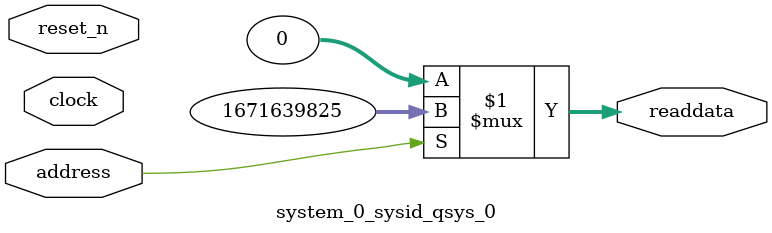
<source format=v>

`timescale 1ns / 1ps
// synthesis translate_on

// turn off superfluous verilog processor warnings 
// altera message_level Level1 
// altera message_off 10034 10035 10036 10037 10230 10240 10030 

module system_0_sysid_qsys_0 (
               // inputs:
                address,
                clock,
                reset_n,

               // outputs:
                readdata
             )
;

  output  [ 31: 0] readdata;
  input            address;
  input            clock;
  input            reset_n;

  wire    [ 31: 0] readdata;
  //control_slave, which is an e_avalon_slave
  assign readdata = address ? 1671639825 : 0;

endmodule




</source>
